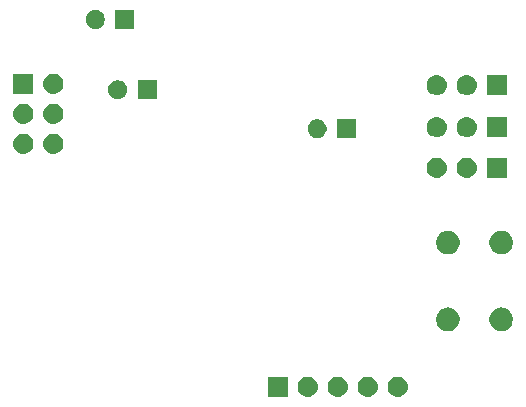
<source format=gbr>
G04 #@! TF.GenerationSoftware,KiCad,Pcbnew,(5.0.1)-3*
G04 #@! TF.CreationDate,2018-11-04T18:32:24-06:00*
G04 #@! TF.ProjectId,Gimble Goblin,47696D626C6520476F626C696E2E6B69,rev?*
G04 #@! TF.SameCoordinates,Original*
G04 #@! TF.FileFunction,Soldermask,Bot*
G04 #@! TF.FilePolarity,Negative*
%FSLAX46Y46*%
G04 Gerber Fmt 4.6, Leading zero omitted, Abs format (unit mm)*
G04 Created by KiCad (PCBNEW (5.0.1)-3) date 11/4/2018 6:32:24 PM*
%MOMM*%
%LPD*%
G01*
G04 APERTURE LIST*
%ADD10C,0.100000*%
G04 APERTURE END LIST*
D10*
G36*
X136691630Y-98603299D02*
X136851855Y-98651903D01*
X136999520Y-98730831D01*
X137128949Y-98837051D01*
X137235169Y-98966480D01*
X137314097Y-99114145D01*
X137362701Y-99274370D01*
X137379112Y-99441000D01*
X137362701Y-99607630D01*
X137314097Y-99767855D01*
X137235169Y-99915520D01*
X137128949Y-100044949D01*
X136999520Y-100151169D01*
X136851855Y-100230097D01*
X136691630Y-100278701D01*
X136566752Y-100291000D01*
X136483248Y-100291000D01*
X136358370Y-100278701D01*
X136198145Y-100230097D01*
X136050480Y-100151169D01*
X135921051Y-100044949D01*
X135814831Y-99915520D01*
X135735903Y-99767855D01*
X135687299Y-99607630D01*
X135670888Y-99441000D01*
X135687299Y-99274370D01*
X135735903Y-99114145D01*
X135814831Y-98966480D01*
X135921051Y-98837051D01*
X136050480Y-98730831D01*
X136198145Y-98651903D01*
X136358370Y-98603299D01*
X136483248Y-98591000D01*
X136566752Y-98591000D01*
X136691630Y-98603299D01*
X136691630Y-98603299D01*
G37*
G36*
X134151630Y-98603299D02*
X134311855Y-98651903D01*
X134459520Y-98730831D01*
X134588949Y-98837051D01*
X134695169Y-98966480D01*
X134774097Y-99114145D01*
X134822701Y-99274370D01*
X134839112Y-99441000D01*
X134822701Y-99607630D01*
X134774097Y-99767855D01*
X134695169Y-99915520D01*
X134588949Y-100044949D01*
X134459520Y-100151169D01*
X134311855Y-100230097D01*
X134151630Y-100278701D01*
X134026752Y-100291000D01*
X133943248Y-100291000D01*
X133818370Y-100278701D01*
X133658145Y-100230097D01*
X133510480Y-100151169D01*
X133381051Y-100044949D01*
X133274831Y-99915520D01*
X133195903Y-99767855D01*
X133147299Y-99607630D01*
X133130888Y-99441000D01*
X133147299Y-99274370D01*
X133195903Y-99114145D01*
X133274831Y-98966480D01*
X133381051Y-98837051D01*
X133510480Y-98730831D01*
X133658145Y-98651903D01*
X133818370Y-98603299D01*
X133943248Y-98591000D01*
X134026752Y-98591000D01*
X134151630Y-98603299D01*
X134151630Y-98603299D01*
G37*
G36*
X132295000Y-100291000D02*
X130595000Y-100291000D01*
X130595000Y-98591000D01*
X132295000Y-98591000D01*
X132295000Y-100291000D01*
X132295000Y-100291000D01*
G37*
G36*
X141771630Y-98603299D02*
X141931855Y-98651903D01*
X142079520Y-98730831D01*
X142208949Y-98837051D01*
X142315169Y-98966480D01*
X142394097Y-99114145D01*
X142442701Y-99274370D01*
X142459112Y-99441000D01*
X142442701Y-99607630D01*
X142394097Y-99767855D01*
X142315169Y-99915520D01*
X142208949Y-100044949D01*
X142079520Y-100151169D01*
X141931855Y-100230097D01*
X141771630Y-100278701D01*
X141646752Y-100291000D01*
X141563248Y-100291000D01*
X141438370Y-100278701D01*
X141278145Y-100230097D01*
X141130480Y-100151169D01*
X141001051Y-100044949D01*
X140894831Y-99915520D01*
X140815903Y-99767855D01*
X140767299Y-99607630D01*
X140750888Y-99441000D01*
X140767299Y-99274370D01*
X140815903Y-99114145D01*
X140894831Y-98966480D01*
X141001051Y-98837051D01*
X141130480Y-98730831D01*
X141278145Y-98651903D01*
X141438370Y-98603299D01*
X141563248Y-98591000D01*
X141646752Y-98591000D01*
X141771630Y-98603299D01*
X141771630Y-98603299D01*
G37*
G36*
X139231630Y-98603299D02*
X139391855Y-98651903D01*
X139539520Y-98730831D01*
X139668949Y-98837051D01*
X139775169Y-98966480D01*
X139854097Y-99114145D01*
X139902701Y-99274370D01*
X139919112Y-99441000D01*
X139902701Y-99607630D01*
X139854097Y-99767855D01*
X139775169Y-99915520D01*
X139668949Y-100044949D01*
X139539520Y-100151169D01*
X139391855Y-100230097D01*
X139231630Y-100278701D01*
X139106752Y-100291000D01*
X139023248Y-100291000D01*
X138898370Y-100278701D01*
X138738145Y-100230097D01*
X138590480Y-100151169D01*
X138461051Y-100044949D01*
X138354831Y-99915520D01*
X138275903Y-99767855D01*
X138227299Y-99607630D01*
X138210888Y-99441000D01*
X138227299Y-99274370D01*
X138275903Y-99114145D01*
X138354831Y-98966480D01*
X138461051Y-98837051D01*
X138590480Y-98730831D01*
X138738145Y-98651903D01*
X138898370Y-98603299D01*
X139023248Y-98591000D01*
X139106752Y-98591000D01*
X139231630Y-98603299D01*
X139231630Y-98603299D01*
G37*
G36*
X150543770Y-92741372D02*
X150659689Y-92764429D01*
X150841678Y-92839811D01*
X151005463Y-92949249D01*
X151144751Y-93088537D01*
X151254189Y-93252322D01*
X151329571Y-93434311D01*
X151368000Y-93627509D01*
X151368000Y-93824491D01*
X151329571Y-94017689D01*
X151254189Y-94199678D01*
X151144751Y-94363463D01*
X151005463Y-94502751D01*
X150841678Y-94612189D01*
X150659689Y-94687571D01*
X150543770Y-94710628D01*
X150466493Y-94726000D01*
X150269507Y-94726000D01*
X150192230Y-94710628D01*
X150076311Y-94687571D01*
X149894322Y-94612189D01*
X149730537Y-94502751D01*
X149591249Y-94363463D01*
X149481811Y-94199678D01*
X149406429Y-94017689D01*
X149368000Y-93824491D01*
X149368000Y-93627509D01*
X149406429Y-93434311D01*
X149481811Y-93252322D01*
X149591249Y-93088537D01*
X149730537Y-92949249D01*
X149894322Y-92839811D01*
X150076311Y-92764429D01*
X150192230Y-92741372D01*
X150269507Y-92726000D01*
X150466493Y-92726000D01*
X150543770Y-92741372D01*
X150543770Y-92741372D01*
G37*
G36*
X146043770Y-92741372D02*
X146159689Y-92764429D01*
X146341678Y-92839811D01*
X146505463Y-92949249D01*
X146644751Y-93088537D01*
X146754189Y-93252322D01*
X146829571Y-93434311D01*
X146868000Y-93627509D01*
X146868000Y-93824491D01*
X146829571Y-94017689D01*
X146754189Y-94199678D01*
X146644751Y-94363463D01*
X146505463Y-94502751D01*
X146341678Y-94612189D01*
X146159689Y-94687571D01*
X146043770Y-94710628D01*
X145966493Y-94726000D01*
X145769507Y-94726000D01*
X145692230Y-94710628D01*
X145576311Y-94687571D01*
X145394322Y-94612189D01*
X145230537Y-94502751D01*
X145091249Y-94363463D01*
X144981811Y-94199678D01*
X144906429Y-94017689D01*
X144868000Y-93824491D01*
X144868000Y-93627509D01*
X144906429Y-93434311D01*
X144981811Y-93252322D01*
X145091249Y-93088537D01*
X145230537Y-92949249D01*
X145394322Y-92839811D01*
X145576311Y-92764429D01*
X145692230Y-92741372D01*
X145769507Y-92726000D01*
X145966493Y-92726000D01*
X146043770Y-92741372D01*
X146043770Y-92741372D01*
G37*
G36*
X146043770Y-86241372D02*
X146159689Y-86264429D01*
X146341678Y-86339811D01*
X146505463Y-86449249D01*
X146644751Y-86588537D01*
X146754189Y-86752322D01*
X146829571Y-86934311D01*
X146868000Y-87127509D01*
X146868000Y-87324491D01*
X146829571Y-87517689D01*
X146754189Y-87699678D01*
X146644751Y-87863463D01*
X146505463Y-88002751D01*
X146341678Y-88112189D01*
X146159689Y-88187571D01*
X146043770Y-88210628D01*
X145966493Y-88226000D01*
X145769507Y-88226000D01*
X145692230Y-88210628D01*
X145576311Y-88187571D01*
X145394322Y-88112189D01*
X145230537Y-88002751D01*
X145091249Y-87863463D01*
X144981811Y-87699678D01*
X144906429Y-87517689D01*
X144868000Y-87324491D01*
X144868000Y-87127509D01*
X144906429Y-86934311D01*
X144981811Y-86752322D01*
X145091249Y-86588537D01*
X145230537Y-86449249D01*
X145394322Y-86339811D01*
X145576311Y-86264429D01*
X145692230Y-86241372D01*
X145769507Y-86226000D01*
X145966493Y-86226000D01*
X146043770Y-86241372D01*
X146043770Y-86241372D01*
G37*
G36*
X150543770Y-86241372D02*
X150659689Y-86264429D01*
X150841678Y-86339811D01*
X151005463Y-86449249D01*
X151144751Y-86588537D01*
X151254189Y-86752322D01*
X151329571Y-86934311D01*
X151368000Y-87127509D01*
X151368000Y-87324491D01*
X151329571Y-87517689D01*
X151254189Y-87699678D01*
X151144751Y-87863463D01*
X151005463Y-88002751D01*
X150841678Y-88112189D01*
X150659689Y-88187571D01*
X150543770Y-88210628D01*
X150466493Y-88226000D01*
X150269507Y-88226000D01*
X150192230Y-88210628D01*
X150076311Y-88187571D01*
X149894322Y-88112189D01*
X149730537Y-88002751D01*
X149591249Y-87863463D01*
X149481811Y-87699678D01*
X149406429Y-87517689D01*
X149368000Y-87324491D01*
X149368000Y-87127509D01*
X149406429Y-86934311D01*
X149481811Y-86752322D01*
X149591249Y-86588537D01*
X149730537Y-86449249D01*
X149894322Y-86339811D01*
X150076311Y-86264429D01*
X150192230Y-86241372D01*
X150269507Y-86226000D01*
X150466493Y-86226000D01*
X150543770Y-86241372D01*
X150543770Y-86241372D01*
G37*
G36*
X150837000Y-81749000D02*
X149137000Y-81749000D01*
X149137000Y-80049000D01*
X150837000Y-80049000D01*
X150837000Y-81749000D01*
X150837000Y-81749000D01*
G37*
G36*
X147613630Y-80061299D02*
X147773855Y-80109903D01*
X147921520Y-80188831D01*
X148050949Y-80295051D01*
X148157169Y-80424480D01*
X148236097Y-80572145D01*
X148284701Y-80732370D01*
X148301112Y-80899000D01*
X148284701Y-81065630D01*
X148236097Y-81225855D01*
X148157169Y-81373520D01*
X148050949Y-81502949D01*
X147921520Y-81609169D01*
X147773855Y-81688097D01*
X147613630Y-81736701D01*
X147488752Y-81749000D01*
X147405248Y-81749000D01*
X147280370Y-81736701D01*
X147120145Y-81688097D01*
X146972480Y-81609169D01*
X146843051Y-81502949D01*
X146736831Y-81373520D01*
X146657903Y-81225855D01*
X146609299Y-81065630D01*
X146592888Y-80899000D01*
X146609299Y-80732370D01*
X146657903Y-80572145D01*
X146736831Y-80424480D01*
X146843051Y-80295051D01*
X146972480Y-80188831D01*
X147120145Y-80109903D01*
X147280370Y-80061299D01*
X147405248Y-80049000D01*
X147488752Y-80049000D01*
X147613630Y-80061299D01*
X147613630Y-80061299D01*
G37*
G36*
X145073630Y-80061299D02*
X145233855Y-80109903D01*
X145381520Y-80188831D01*
X145510949Y-80295051D01*
X145617169Y-80424480D01*
X145696097Y-80572145D01*
X145744701Y-80732370D01*
X145761112Y-80899000D01*
X145744701Y-81065630D01*
X145696097Y-81225855D01*
X145617169Y-81373520D01*
X145510949Y-81502949D01*
X145381520Y-81609169D01*
X145233855Y-81688097D01*
X145073630Y-81736701D01*
X144948752Y-81749000D01*
X144865248Y-81749000D01*
X144740370Y-81736701D01*
X144580145Y-81688097D01*
X144432480Y-81609169D01*
X144303051Y-81502949D01*
X144196831Y-81373520D01*
X144117903Y-81225855D01*
X144069299Y-81065630D01*
X144052888Y-80899000D01*
X144069299Y-80732370D01*
X144117903Y-80572145D01*
X144196831Y-80424480D01*
X144303051Y-80295051D01*
X144432480Y-80188831D01*
X144580145Y-80109903D01*
X144740370Y-80061299D01*
X144865248Y-80049000D01*
X144948752Y-80049000D01*
X145073630Y-80061299D01*
X145073630Y-80061299D01*
G37*
G36*
X110072430Y-78029299D02*
X110232655Y-78077903D01*
X110380320Y-78156831D01*
X110509749Y-78263051D01*
X110615969Y-78392480D01*
X110694897Y-78540145D01*
X110743501Y-78700370D01*
X110759912Y-78867000D01*
X110743501Y-79033630D01*
X110694897Y-79193855D01*
X110615969Y-79341520D01*
X110509749Y-79470949D01*
X110380320Y-79577169D01*
X110232655Y-79656097D01*
X110072430Y-79704701D01*
X109947552Y-79717000D01*
X109864048Y-79717000D01*
X109739170Y-79704701D01*
X109578945Y-79656097D01*
X109431280Y-79577169D01*
X109301851Y-79470949D01*
X109195631Y-79341520D01*
X109116703Y-79193855D01*
X109068099Y-79033630D01*
X109051688Y-78867000D01*
X109068099Y-78700370D01*
X109116703Y-78540145D01*
X109195631Y-78392480D01*
X109301851Y-78263051D01*
X109431280Y-78156831D01*
X109578945Y-78077903D01*
X109739170Y-78029299D01*
X109864048Y-78017000D01*
X109947552Y-78017000D01*
X110072430Y-78029299D01*
X110072430Y-78029299D01*
G37*
G36*
X112612430Y-78029299D02*
X112772655Y-78077903D01*
X112920320Y-78156831D01*
X113049749Y-78263051D01*
X113155969Y-78392480D01*
X113234897Y-78540145D01*
X113283501Y-78700370D01*
X113299912Y-78867000D01*
X113283501Y-79033630D01*
X113234897Y-79193855D01*
X113155969Y-79341520D01*
X113049749Y-79470949D01*
X112920320Y-79577169D01*
X112772655Y-79656097D01*
X112612430Y-79704701D01*
X112487552Y-79717000D01*
X112404048Y-79717000D01*
X112279170Y-79704701D01*
X112118945Y-79656097D01*
X111971280Y-79577169D01*
X111841851Y-79470949D01*
X111735631Y-79341520D01*
X111656703Y-79193855D01*
X111608099Y-79033630D01*
X111591688Y-78867000D01*
X111608099Y-78700370D01*
X111656703Y-78540145D01*
X111735631Y-78392480D01*
X111841851Y-78263051D01*
X111971280Y-78156831D01*
X112118945Y-78077903D01*
X112279170Y-78029299D01*
X112404048Y-78017000D01*
X112487552Y-78017000D01*
X112612430Y-78029299D01*
X112612430Y-78029299D01*
G37*
G36*
X135020352Y-76827743D02*
X135165941Y-76888048D01*
X135296973Y-76975601D01*
X135408399Y-77087027D01*
X135495952Y-77218059D01*
X135556257Y-77363648D01*
X135587000Y-77518205D01*
X135587000Y-77675795D01*
X135556257Y-77830352D01*
X135495952Y-77975941D01*
X135408399Y-78106973D01*
X135296973Y-78218399D01*
X135165941Y-78305952D01*
X135020352Y-78366257D01*
X134865795Y-78397000D01*
X134708205Y-78397000D01*
X134553648Y-78366257D01*
X134408059Y-78305952D01*
X134277027Y-78218399D01*
X134165601Y-78106973D01*
X134078048Y-77975941D01*
X134017743Y-77830352D01*
X133987000Y-77675795D01*
X133987000Y-77518205D01*
X134017743Y-77363648D01*
X134078048Y-77218059D01*
X134165601Y-77087027D01*
X134277027Y-76975601D01*
X134408059Y-76888048D01*
X134553648Y-76827743D01*
X134708205Y-76797000D01*
X134865795Y-76797000D01*
X135020352Y-76827743D01*
X135020352Y-76827743D01*
G37*
G36*
X138087000Y-78397000D02*
X136487000Y-78397000D01*
X136487000Y-76797000D01*
X138087000Y-76797000D01*
X138087000Y-78397000D01*
X138087000Y-78397000D01*
G37*
G36*
X147613630Y-76632299D02*
X147773855Y-76680903D01*
X147921520Y-76759831D01*
X148050949Y-76866051D01*
X148157169Y-76995480D01*
X148236097Y-77143145D01*
X148284701Y-77303370D01*
X148301112Y-77470000D01*
X148284701Y-77636630D01*
X148236097Y-77796855D01*
X148157169Y-77944520D01*
X148050949Y-78073949D01*
X147921520Y-78180169D01*
X147773855Y-78259097D01*
X147613630Y-78307701D01*
X147488752Y-78320000D01*
X147405248Y-78320000D01*
X147280370Y-78307701D01*
X147120145Y-78259097D01*
X146972480Y-78180169D01*
X146843051Y-78073949D01*
X146736831Y-77944520D01*
X146657903Y-77796855D01*
X146609299Y-77636630D01*
X146592888Y-77470000D01*
X146609299Y-77303370D01*
X146657903Y-77143145D01*
X146736831Y-76995480D01*
X146843051Y-76866051D01*
X146972480Y-76759831D01*
X147120145Y-76680903D01*
X147280370Y-76632299D01*
X147405248Y-76620000D01*
X147488752Y-76620000D01*
X147613630Y-76632299D01*
X147613630Y-76632299D01*
G37*
G36*
X145073630Y-76632299D02*
X145233855Y-76680903D01*
X145381520Y-76759831D01*
X145510949Y-76866051D01*
X145617169Y-76995480D01*
X145696097Y-77143145D01*
X145744701Y-77303370D01*
X145761112Y-77470000D01*
X145744701Y-77636630D01*
X145696097Y-77796855D01*
X145617169Y-77944520D01*
X145510949Y-78073949D01*
X145381520Y-78180169D01*
X145233855Y-78259097D01*
X145073630Y-78307701D01*
X144948752Y-78320000D01*
X144865248Y-78320000D01*
X144740370Y-78307701D01*
X144580145Y-78259097D01*
X144432480Y-78180169D01*
X144303051Y-78073949D01*
X144196831Y-77944520D01*
X144117903Y-77796855D01*
X144069299Y-77636630D01*
X144052888Y-77470000D01*
X144069299Y-77303370D01*
X144117903Y-77143145D01*
X144196831Y-76995480D01*
X144303051Y-76866051D01*
X144432480Y-76759831D01*
X144580145Y-76680903D01*
X144740370Y-76632299D01*
X144865248Y-76620000D01*
X144948752Y-76620000D01*
X145073630Y-76632299D01*
X145073630Y-76632299D01*
G37*
G36*
X150837000Y-78320000D02*
X149137000Y-78320000D01*
X149137000Y-76620000D01*
X150837000Y-76620000D01*
X150837000Y-78320000D01*
X150837000Y-78320000D01*
G37*
G36*
X110072430Y-75489299D02*
X110232655Y-75537903D01*
X110380320Y-75616831D01*
X110509749Y-75723051D01*
X110615969Y-75852480D01*
X110694897Y-76000145D01*
X110743501Y-76160370D01*
X110759912Y-76327000D01*
X110743501Y-76493630D01*
X110694897Y-76653855D01*
X110615969Y-76801520D01*
X110509749Y-76930949D01*
X110380320Y-77037169D01*
X110232655Y-77116097D01*
X110072430Y-77164701D01*
X109947552Y-77177000D01*
X109864048Y-77177000D01*
X109739170Y-77164701D01*
X109578945Y-77116097D01*
X109431280Y-77037169D01*
X109301851Y-76930949D01*
X109195631Y-76801520D01*
X109116703Y-76653855D01*
X109068099Y-76493630D01*
X109051688Y-76327000D01*
X109068099Y-76160370D01*
X109116703Y-76000145D01*
X109195631Y-75852480D01*
X109301851Y-75723051D01*
X109431280Y-75616831D01*
X109578945Y-75537903D01*
X109739170Y-75489299D01*
X109864048Y-75477000D01*
X109947552Y-75477000D01*
X110072430Y-75489299D01*
X110072430Y-75489299D01*
G37*
G36*
X112612430Y-75489299D02*
X112772655Y-75537903D01*
X112920320Y-75616831D01*
X113049749Y-75723051D01*
X113155969Y-75852480D01*
X113234897Y-76000145D01*
X113283501Y-76160370D01*
X113299912Y-76327000D01*
X113283501Y-76493630D01*
X113234897Y-76653855D01*
X113155969Y-76801520D01*
X113049749Y-76930949D01*
X112920320Y-77037169D01*
X112772655Y-77116097D01*
X112612430Y-77164701D01*
X112487552Y-77177000D01*
X112404048Y-77177000D01*
X112279170Y-77164701D01*
X112118945Y-77116097D01*
X111971280Y-77037169D01*
X111841851Y-76930949D01*
X111735631Y-76801520D01*
X111656703Y-76653855D01*
X111608099Y-76493630D01*
X111591688Y-76327000D01*
X111608099Y-76160370D01*
X111656703Y-76000145D01*
X111735631Y-75852480D01*
X111841851Y-75723051D01*
X111971280Y-75616831D01*
X112118945Y-75537903D01*
X112279170Y-75489299D01*
X112404048Y-75477000D01*
X112487552Y-75477000D01*
X112612430Y-75489299D01*
X112612430Y-75489299D01*
G37*
G36*
X121196000Y-75095000D02*
X119596000Y-75095000D01*
X119596000Y-73495000D01*
X121196000Y-73495000D01*
X121196000Y-75095000D01*
X121196000Y-75095000D01*
G37*
G36*
X118129352Y-73525743D02*
X118274941Y-73586048D01*
X118405973Y-73673601D01*
X118517399Y-73785027D01*
X118604952Y-73916059D01*
X118665257Y-74061648D01*
X118696000Y-74216205D01*
X118696000Y-74373795D01*
X118665257Y-74528352D01*
X118604952Y-74673941D01*
X118517399Y-74804973D01*
X118405973Y-74916399D01*
X118274941Y-75003952D01*
X118129352Y-75064257D01*
X117974795Y-75095000D01*
X117817205Y-75095000D01*
X117662648Y-75064257D01*
X117517059Y-75003952D01*
X117386027Y-74916399D01*
X117274601Y-74804973D01*
X117187048Y-74673941D01*
X117126743Y-74528352D01*
X117096000Y-74373795D01*
X117096000Y-74216205D01*
X117126743Y-74061648D01*
X117187048Y-73916059D01*
X117274601Y-73785027D01*
X117386027Y-73673601D01*
X117517059Y-73586048D01*
X117662648Y-73525743D01*
X117817205Y-73495000D01*
X117974795Y-73495000D01*
X118129352Y-73525743D01*
X118129352Y-73525743D01*
G37*
G36*
X145073630Y-73076299D02*
X145233855Y-73124903D01*
X145381520Y-73203831D01*
X145510949Y-73310051D01*
X145617169Y-73439480D01*
X145696097Y-73587145D01*
X145744701Y-73747370D01*
X145761112Y-73914000D01*
X145744701Y-74080630D01*
X145696097Y-74240855D01*
X145617169Y-74388520D01*
X145510949Y-74517949D01*
X145381520Y-74624169D01*
X145233855Y-74703097D01*
X145073630Y-74751701D01*
X144948752Y-74764000D01*
X144865248Y-74764000D01*
X144740370Y-74751701D01*
X144580145Y-74703097D01*
X144432480Y-74624169D01*
X144303051Y-74517949D01*
X144196831Y-74388520D01*
X144117903Y-74240855D01*
X144069299Y-74080630D01*
X144052888Y-73914000D01*
X144069299Y-73747370D01*
X144117903Y-73587145D01*
X144196831Y-73439480D01*
X144303051Y-73310051D01*
X144432480Y-73203831D01*
X144580145Y-73124903D01*
X144740370Y-73076299D01*
X144865248Y-73064000D01*
X144948752Y-73064000D01*
X145073630Y-73076299D01*
X145073630Y-73076299D01*
G37*
G36*
X150837000Y-74764000D02*
X149137000Y-74764000D01*
X149137000Y-73064000D01*
X150837000Y-73064000D01*
X150837000Y-74764000D01*
X150837000Y-74764000D01*
G37*
G36*
X147613630Y-73076299D02*
X147773855Y-73124903D01*
X147921520Y-73203831D01*
X148050949Y-73310051D01*
X148157169Y-73439480D01*
X148236097Y-73587145D01*
X148284701Y-73747370D01*
X148301112Y-73914000D01*
X148284701Y-74080630D01*
X148236097Y-74240855D01*
X148157169Y-74388520D01*
X148050949Y-74517949D01*
X147921520Y-74624169D01*
X147773855Y-74703097D01*
X147613630Y-74751701D01*
X147488752Y-74764000D01*
X147405248Y-74764000D01*
X147280370Y-74751701D01*
X147120145Y-74703097D01*
X146972480Y-74624169D01*
X146843051Y-74517949D01*
X146736831Y-74388520D01*
X146657903Y-74240855D01*
X146609299Y-74080630D01*
X146592888Y-73914000D01*
X146609299Y-73747370D01*
X146657903Y-73587145D01*
X146736831Y-73439480D01*
X146843051Y-73310051D01*
X146972480Y-73203831D01*
X147120145Y-73124903D01*
X147280370Y-73076299D01*
X147405248Y-73064000D01*
X147488752Y-73064000D01*
X147613630Y-73076299D01*
X147613630Y-73076299D01*
G37*
G36*
X112612430Y-72949299D02*
X112772655Y-72997903D01*
X112920320Y-73076831D01*
X113049749Y-73183051D01*
X113155969Y-73312480D01*
X113234897Y-73460145D01*
X113283501Y-73620370D01*
X113299912Y-73787000D01*
X113283501Y-73953630D01*
X113234897Y-74113855D01*
X113155969Y-74261520D01*
X113049749Y-74390949D01*
X112920320Y-74497169D01*
X112772655Y-74576097D01*
X112612430Y-74624701D01*
X112487552Y-74637000D01*
X112404048Y-74637000D01*
X112279170Y-74624701D01*
X112118945Y-74576097D01*
X111971280Y-74497169D01*
X111841851Y-74390949D01*
X111735631Y-74261520D01*
X111656703Y-74113855D01*
X111608099Y-73953630D01*
X111591688Y-73787000D01*
X111608099Y-73620370D01*
X111656703Y-73460145D01*
X111735631Y-73312480D01*
X111841851Y-73183051D01*
X111971280Y-73076831D01*
X112118945Y-72997903D01*
X112279170Y-72949299D01*
X112404048Y-72937000D01*
X112487552Y-72937000D01*
X112612430Y-72949299D01*
X112612430Y-72949299D01*
G37*
G36*
X110755800Y-74637000D02*
X109055800Y-74637000D01*
X109055800Y-72937000D01*
X110755800Y-72937000D01*
X110755800Y-74637000D01*
X110755800Y-74637000D01*
G37*
G36*
X116249752Y-67582143D02*
X116395341Y-67642448D01*
X116526373Y-67730001D01*
X116637799Y-67841427D01*
X116725352Y-67972459D01*
X116785657Y-68118048D01*
X116816400Y-68272605D01*
X116816400Y-68430195D01*
X116785657Y-68584752D01*
X116725352Y-68730341D01*
X116637799Y-68861373D01*
X116526373Y-68972799D01*
X116395341Y-69060352D01*
X116249752Y-69120657D01*
X116095195Y-69151400D01*
X115937605Y-69151400D01*
X115783048Y-69120657D01*
X115637459Y-69060352D01*
X115506427Y-68972799D01*
X115395001Y-68861373D01*
X115307448Y-68730341D01*
X115247143Y-68584752D01*
X115216400Y-68430195D01*
X115216400Y-68272605D01*
X115247143Y-68118048D01*
X115307448Y-67972459D01*
X115395001Y-67841427D01*
X115506427Y-67730001D01*
X115637459Y-67642448D01*
X115783048Y-67582143D01*
X115937605Y-67551400D01*
X116095195Y-67551400D01*
X116249752Y-67582143D01*
X116249752Y-67582143D01*
G37*
G36*
X119316400Y-69151400D02*
X117716400Y-69151400D01*
X117716400Y-67551400D01*
X119316400Y-67551400D01*
X119316400Y-69151400D01*
X119316400Y-69151400D01*
G37*
M02*

</source>
